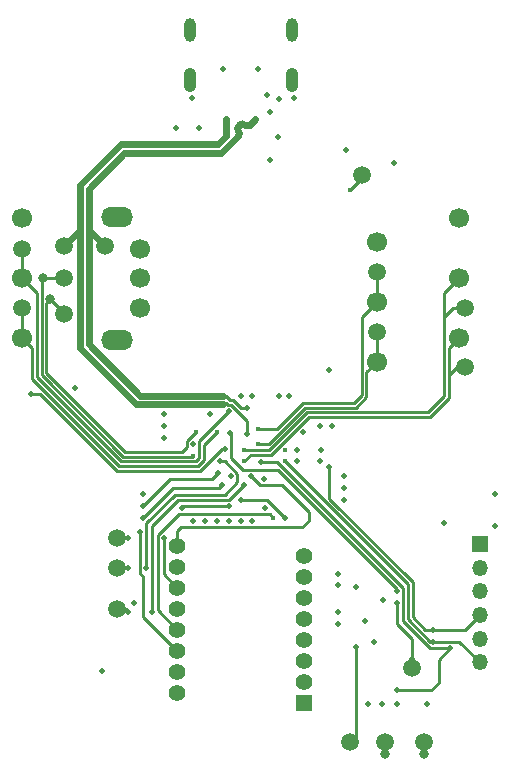
<source format=gbl>
G04 #@! TF.GenerationSoftware,KiCad,Pcbnew,6.0.7+dfsg-1~bpo11+1*
G04 #@! TF.CreationDate,2022-10-07T14:18:51+00:00*
G04 #@! TF.ProjectId,redshift,72656473-6869-4667-942e-6b696361645f,0.2*
G04 #@! TF.SameCoordinates,Original*
G04 #@! TF.FileFunction,Copper,L4,Bot*
G04 #@! TF.FilePolarity,Positive*
%FSLAX46Y46*%
G04 Gerber Fmt 4.6, Leading zero omitted, Abs format (unit mm)*
G04 Created by KiCad (PCBNEW 6.0.7+dfsg-1~bpo11+1) date 2022-10-07 14:18:51*
%MOMM*%
%LPD*%
G01*
G04 APERTURE LIST*
G04 #@! TA.AperFunction,ComponentPad*
%ADD10C,1.700000*%
G04 #@! TD*
G04 #@! TA.AperFunction,ComponentPad*
%ADD11O,2.700000X1.700000*%
G04 #@! TD*
G04 #@! TA.AperFunction,ComponentPad*
%ADD12O,1.050000X2.100000*%
G04 #@! TD*
G04 #@! TA.AperFunction,ComponentPad*
%ADD13O,1.000000X2.000000*%
G04 #@! TD*
G04 #@! TA.AperFunction,ComponentPad*
%ADD14R,1.350000X1.350000*%
G04 #@! TD*
G04 #@! TA.AperFunction,ComponentPad*
%ADD15O,1.350000X1.350000*%
G04 #@! TD*
G04 #@! TA.AperFunction,ComponentPad*
%ADD16R,1.400000X1.400000*%
G04 #@! TD*
G04 #@! TA.AperFunction,ComponentPad*
%ADD17C,1.400000*%
G04 #@! TD*
G04 #@! TA.AperFunction,SMDPad,CuDef*
%ADD18C,1.500000*%
G04 #@! TD*
G04 #@! TA.AperFunction,ViaPad*
%ADD19C,0.450000*%
G04 #@! TD*
G04 #@! TA.AperFunction,ViaPad*
%ADD20C,0.500000*%
G04 #@! TD*
G04 #@! TA.AperFunction,ViaPad*
%ADD21C,0.800000*%
G04 #@! TD*
G04 #@! TA.AperFunction,Conductor*
%ADD22C,0.250000*%
G04 #@! TD*
G04 #@! TA.AperFunction,Conductor*
%ADD23C,0.600000*%
G04 #@! TD*
G04 APERTURE END LIST*
D10*
X129000000Y-80500000D03*
X129000000Y-78000000D03*
X129000000Y-75500000D03*
D11*
X127000000Y-72800000D03*
X127000000Y-83200000D03*
D12*
X141820000Y-61180000D03*
D13*
X141820000Y-57000000D03*
X133180000Y-57000000D03*
D12*
X133180000Y-61180000D03*
D10*
X149000000Y-74920000D03*
X149000000Y-80000000D03*
X149000000Y-85080000D03*
D14*
X157750000Y-100500000D03*
D15*
X157750000Y-102500000D03*
X157750000Y-104500000D03*
X157750000Y-106500000D03*
X157750000Y-108500000D03*
X157750000Y-110500000D03*
D16*
X142850000Y-113985000D03*
D17*
X142850000Y-112205000D03*
X142850000Y-110425000D03*
X142850000Y-108645000D03*
X142850000Y-106865000D03*
X142850000Y-105085000D03*
X142850000Y-103305000D03*
X142850000Y-101525000D03*
X132150000Y-100635000D03*
X132150000Y-102415000D03*
X132150000Y-104195000D03*
X132150000Y-105975000D03*
X132150000Y-107755000D03*
X132150000Y-109535000D03*
X132150000Y-111315000D03*
X132150000Y-113095000D03*
D10*
X156000000Y-72920000D03*
X156000000Y-78000000D03*
X156000000Y-83080000D03*
X119000000Y-72920000D03*
X119000000Y-78000000D03*
X119000000Y-83080000D03*
D18*
X127000000Y-106000000D03*
X156500000Y-80500000D03*
X126000000Y-75250000D03*
X156500000Y-85500000D03*
X122500000Y-81000000D03*
X127000000Y-100000000D03*
X149000000Y-77500000D03*
X149000000Y-82500000D03*
X119000000Y-75500000D03*
X122500000Y-75250000D03*
X153000000Y-117250000D03*
X152000000Y-111000000D03*
X147750000Y-69250000D03*
X146750000Y-117250000D03*
X119000000Y-80500000D03*
X149750000Y-117250000D03*
X127000000Y-102500000D03*
X122500000Y-78000000D03*
D19*
X146750000Y-70500000D03*
D20*
X140700000Y-66000000D03*
X147300000Y-104100000D03*
X138500000Y-88000000D03*
X146250000Y-94750000D03*
X131000000Y-89500000D03*
X145750000Y-104000000D03*
X138500000Y-98500000D03*
X145750000Y-103000000D03*
X142250000Y-92500000D03*
X123500000Y-87250000D03*
X146400000Y-67100000D03*
X134500000Y-98500000D03*
X146250000Y-95750000D03*
X142750000Y-91000000D03*
X131000000Y-91500000D03*
X136500000Y-98500000D03*
X125750000Y-111250000D03*
X139549011Y-97450989D03*
X142250000Y-93500000D03*
D21*
X153000000Y-118250000D03*
D20*
X131000000Y-90500000D03*
X147250000Y-109250000D03*
X136250000Y-64500000D03*
X138042518Y-91207482D03*
X138000000Y-89000000D03*
X138750000Y-64500000D03*
X136000000Y-60250000D03*
X159000000Y-96250000D03*
X140718767Y-62781233D03*
X139000000Y-60250000D03*
X139759355Y-62504544D03*
X136143360Y-92413402D03*
X119750000Y-87750000D03*
D19*
X140250000Y-98250000D03*
D20*
X136620878Y-91129122D03*
X150725500Y-104500000D03*
X128000000Y-102500000D03*
X129475500Y-102500000D03*
X135750000Y-93500000D03*
X131024500Y-100000000D03*
X128000000Y-100000000D03*
X137750000Y-95500000D03*
X129975500Y-106250000D03*
X128000000Y-106250000D03*
D19*
X135519107Y-91020248D03*
D20*
X132500000Y-97450989D03*
X129000000Y-99475500D03*
X136500000Y-97274500D03*
X136500000Y-89250000D03*
X136700989Y-94750000D03*
X144270000Y-92500000D03*
X142000000Y-62750000D03*
X145750000Y-107250000D03*
X144250000Y-90500000D03*
X128500000Y-105500000D03*
X146250000Y-96750000D03*
X134000000Y-65250000D03*
X139451727Y-94957641D03*
X134925500Y-89524020D03*
X150750000Y-114000000D03*
X140000000Y-68000000D03*
X141600989Y-88000000D03*
D21*
X149750000Y-118250000D03*
D20*
X145000000Y-85750000D03*
X133475011Y-92000000D03*
X137500000Y-98500000D03*
X148000000Y-107000000D03*
X140750000Y-88000000D03*
X153250000Y-114000000D03*
X150500000Y-68250000D03*
X135500000Y-98500000D03*
X149500000Y-114000000D03*
X148750000Y-108750000D03*
X140000000Y-63909500D03*
X145750000Y-106250000D03*
X145250000Y-90500000D03*
X132000000Y-65250000D03*
X149520000Y-105270000D03*
X137528381Y-87971619D03*
X144250000Y-93500000D03*
X133374500Y-62750000D03*
D19*
X141250000Y-92500000D03*
D20*
X133500000Y-98500000D03*
X129250000Y-96250000D03*
X154750000Y-98750000D03*
X135544503Y-94500000D03*
X129250000Y-97250000D03*
X135944011Y-95500000D03*
X129250000Y-98250000D03*
D19*
X137750000Y-92519503D03*
X137750000Y-93500000D03*
X139000000Y-90750000D03*
X139000000Y-92000000D03*
X133500000Y-93000000D03*
D21*
X120750000Y-78000000D03*
X121334080Y-79767133D03*
D19*
X133750000Y-91000000D03*
D20*
X150750000Y-112874500D03*
X139250000Y-93548273D03*
X155250000Y-109274500D03*
D19*
X141250000Y-93500000D03*
D20*
X153750000Y-108750000D03*
X153750000Y-107750000D03*
X145000000Y-94000000D03*
X138397276Y-94749989D03*
X141250000Y-98250000D03*
X150725500Y-105500000D03*
X152000000Y-110250000D03*
X137500000Y-96750000D03*
X159000000Y-99000000D03*
X148250000Y-114000000D03*
D22*
X147750000Y-69500000D02*
X147750000Y-69250000D01*
X146750000Y-70500000D02*
X147750000Y-69500000D01*
X147250000Y-116750000D02*
X146750000Y-117250000D01*
X147250000Y-109250000D02*
X147250000Y-116750000D01*
D23*
X123875000Y-73875000D02*
X123875000Y-73625000D01*
X135564339Y-66625000D02*
X127344668Y-66625000D01*
D22*
X138042518Y-90050746D02*
X136717262Y-88725490D01*
X136410484Y-88725490D02*
X136217497Y-88532503D01*
D23*
X136250000Y-65939339D02*
X135564339Y-66625000D01*
X136250000Y-64500000D02*
X136250000Y-65939339D01*
D22*
X136717262Y-88725490D02*
X136410484Y-88725490D01*
D23*
X122500000Y-75250000D02*
X123875000Y-73875000D01*
X127344668Y-66625000D02*
X123875000Y-70094668D01*
X123875000Y-83905332D02*
X128640882Y-88671214D01*
D22*
X138042518Y-91207482D02*
X138042518Y-90050746D01*
D23*
X123875000Y-73625000D02*
X123875000Y-83905332D01*
X123875000Y-70094668D02*
X123875000Y-73625000D01*
D22*
X136217497Y-88532503D02*
X136000000Y-88750000D01*
D23*
X128640882Y-88671214D02*
X136000000Y-88671214D01*
D22*
X136882748Y-88325970D02*
X136575970Y-88325970D01*
D23*
X137428437Y-64999999D02*
X137308887Y-65119548D01*
X137101498Y-66148502D02*
X135875000Y-67375000D01*
X127655332Y-67375000D02*
X124625000Y-70405332D01*
X135875000Y-67375000D02*
X127655332Y-67375000D01*
X137839219Y-65000000D02*
X137839218Y-64999999D01*
X124625000Y-70405332D02*
X124625000Y-73625000D01*
X137428437Y-64999998D02*
X137428437Y-64999999D01*
X126000000Y-75250000D02*
X124625000Y-73875000D01*
X137308888Y-65941110D02*
X137308887Y-65941110D01*
X137308888Y-65530329D02*
X137308887Y-65530329D01*
X137839218Y-65000000D02*
X137839219Y-65000000D01*
X124625000Y-83594668D02*
X128951546Y-87921214D01*
D22*
X136250000Y-88000000D02*
X136000000Y-88000000D01*
D23*
X124625000Y-73625000D02*
X124625000Y-83594668D01*
D22*
X136575970Y-88325970D02*
X136250000Y-88000000D01*
D23*
X124625000Y-73875000D02*
X124625000Y-73625000D01*
D22*
X137556778Y-89000000D02*
X136882748Y-88325970D01*
X138000000Y-89000000D02*
X137556778Y-89000000D01*
D23*
X128951546Y-87921214D02*
X136000000Y-87921214D01*
X138750000Y-64500000D02*
X138250000Y-65000000D01*
X137308887Y-65941110D02*
X137101498Y-66148502D01*
X137839218Y-65000000D02*
G75*
G03*
X138250000Y-65000000I205391J205390D01*
G01*
X137308867Y-65941089D02*
G75*
G03*
X137308886Y-65530330I-205367J205389D01*
G01*
X137428411Y-64999972D02*
G75*
G02*
X137839217Y-65000000I205389J-205428D01*
G01*
X137308927Y-65530290D02*
G75*
G02*
X137308888Y-65119549I205373J205390D01*
G01*
D22*
X127039014Y-94299038D02*
X134037389Y-94299039D01*
X134037389Y-94299039D02*
X135923026Y-92413402D01*
X135923026Y-92413402D02*
X136143360Y-92413402D01*
X119750000Y-87750000D02*
X120489976Y-87750000D01*
X120489976Y-87750000D02*
X127039014Y-94299038D01*
X130500000Y-106105000D02*
X132150000Y-107755000D01*
X130500000Y-99758228D02*
X130500000Y-106105000D01*
X139975489Y-97975489D02*
X132282739Y-97975489D01*
X132282739Y-97975489D02*
X130500000Y-99758228D01*
X140250000Y-98250000D02*
X139975489Y-97975489D01*
X150725500Y-104290506D02*
X140660483Y-94225489D01*
X150725500Y-104500000D02*
X150725500Y-104290506D01*
X140660483Y-94225489D02*
X137725489Y-94225489D01*
X137725489Y-94225489D02*
X136667871Y-93167871D01*
X136667871Y-91176115D02*
X136620878Y-91129122D01*
X136667871Y-93167871D02*
X136667871Y-91176115D01*
X128000000Y-102500000D02*
X127000000Y-102500000D01*
X136151938Y-96323551D02*
X131926449Y-96323551D01*
X129524511Y-102475489D02*
X129500000Y-102500000D01*
X131926449Y-96323551D02*
X129524511Y-98725489D01*
X136192761Y-93500000D02*
X137225500Y-94532739D01*
X135750000Y-93500000D02*
X136192761Y-93500000D01*
X137225500Y-95249989D02*
X136151938Y-96323551D01*
X129524511Y-98725489D02*
X129524511Y-102475489D01*
X137225500Y-94532739D02*
X137225500Y-95249989D01*
X131000000Y-103045000D02*
X132150000Y-104195000D01*
X128000000Y-100000000D02*
X127000000Y-100000000D01*
X131024500Y-100000000D02*
X131000000Y-100024500D01*
X131000000Y-100024500D02*
X131000000Y-103045000D01*
X127750000Y-106000000D02*
X127000000Y-106000000D01*
X137750000Y-95500000D02*
X136500000Y-96750000D01*
X128000000Y-106250000D02*
X127750000Y-106000000D01*
X130000000Y-106225500D02*
X129975500Y-106250000D01*
X132221611Y-96750000D02*
X130000000Y-98971611D01*
X136500000Y-96750000D02*
X132221611Y-96750000D01*
X130000000Y-98971611D02*
X130000000Y-106225500D01*
X127204501Y-93899519D02*
X119850480Y-86545498D01*
X119000000Y-83080000D02*
X119000000Y-80500000D01*
X134399030Y-93372392D02*
X133871903Y-93899519D01*
X119850480Y-86545498D02*
X119850480Y-83930480D01*
X135519107Y-91020248D02*
X134399031Y-92140324D01*
X119850480Y-83930480D02*
X119000000Y-83080000D01*
X133871903Y-93899519D02*
X127204501Y-93899519D01*
X134399031Y-92140324D02*
X134399030Y-93372392D01*
X129000000Y-99475500D02*
X128950989Y-99524511D01*
X129250000Y-106635000D02*
X132150000Y-109535000D01*
X128950989Y-102950989D02*
X129250000Y-103250000D01*
X128950989Y-99524511D02*
X128950989Y-102950989D01*
X136500000Y-97274500D02*
X132676489Y-97274500D01*
X129250000Y-103250000D02*
X129250000Y-106635000D01*
X132676489Y-97274500D02*
X132500000Y-97450989D01*
X127369987Y-93499999D02*
X120250000Y-86380012D01*
X120250000Y-86380012D02*
X120250000Y-79250000D01*
X133706417Y-93499999D02*
X127369987Y-93499999D01*
X133999511Y-91750489D02*
X133999511Y-93206905D01*
X119000000Y-78000000D02*
X119000000Y-75500000D01*
X120250000Y-79250000D02*
X119000000Y-78000000D01*
X133999511Y-93206905D02*
X133706417Y-93499999D01*
X136500000Y-89250000D02*
X133999511Y-91750489D01*
X135044503Y-95000000D02*
X131500000Y-95000000D01*
X135544503Y-94500000D02*
X135044503Y-95000000D01*
X131500000Y-95000000D02*
X129250000Y-97250000D01*
X131750000Y-95750000D02*
X129250000Y-98250000D01*
X135694011Y-95750000D02*
X131750000Y-95750000D01*
X135944011Y-95500000D02*
X135694011Y-95750000D01*
X154750000Y-81250000D02*
X154750000Y-79250000D01*
X154750000Y-79250000D02*
X156000000Y-78000000D01*
X155500000Y-80500000D02*
X156500000Y-80500000D01*
X154750000Y-81250000D02*
X155500000Y-80500000D01*
X143084514Y-89350480D02*
X153334514Y-89350480D01*
X139915491Y-92519503D02*
X143084514Y-89350480D01*
X154750000Y-87934994D02*
X154750000Y-81250000D01*
X153334514Y-89350480D02*
X154750000Y-87934994D01*
X137750000Y-92519503D02*
X139915491Y-92519503D01*
X153500000Y-89750000D02*
X155149520Y-88100480D01*
X155149520Y-86149520D02*
X155149520Y-83930480D01*
X155149520Y-83930480D02*
X156000000Y-83080000D01*
X155149520Y-88100480D02*
X155149520Y-86149520D01*
X155799040Y-85500000D02*
X155149520Y-86149520D01*
X137750000Y-93500000D02*
X138330977Y-92919023D01*
X138330977Y-92919023D02*
X140080977Y-92919023D01*
X156500000Y-85500000D02*
X155799040Y-85500000D01*
X140080977Y-92919023D02*
X143250000Y-89750000D01*
X143250000Y-89750000D02*
X153500000Y-89750000D01*
X139000000Y-90750000D02*
X140554982Y-90750000D01*
X147750000Y-87869988D02*
X147750000Y-81250000D01*
X149000000Y-80000000D02*
X149000000Y-77500000D01*
X147750000Y-81250000D02*
X149000000Y-80000000D01*
X142753542Y-88551440D02*
X147068548Y-88551440D01*
X140554982Y-90750000D02*
X142753542Y-88551440D01*
X147068548Y-88551440D02*
X147750000Y-87869988D01*
X142919028Y-88950960D02*
X147234034Y-88950960D01*
X149000000Y-85080000D02*
X149000000Y-82500000D01*
X139869988Y-92000000D02*
X142919028Y-88950960D01*
X147234034Y-88950960D02*
X148149520Y-88035474D01*
X139000000Y-92000000D02*
X139869988Y-92000000D01*
X148149520Y-88035474D02*
X148149520Y-85930480D01*
X148149520Y-85930480D02*
X149000000Y-85080000D01*
X127535473Y-93100479D02*
X133399521Y-93100479D01*
X120649520Y-78100480D02*
X120649520Y-86214526D01*
X120750000Y-78000000D02*
X122500000Y-78000000D01*
X120649520Y-86214526D02*
X127535473Y-93100479D01*
X120750000Y-78000000D02*
X120649520Y-78100480D01*
X133399521Y-93100479D02*
X133500000Y-93000000D01*
X121049040Y-86049040D02*
X121049040Y-80052173D01*
X132950500Y-91782739D02*
X132950500Y-92299500D01*
X121334080Y-79767133D02*
X122500000Y-80933053D01*
X127700960Y-92700960D02*
X121049040Y-86049040D01*
X132950500Y-92299500D02*
X132549040Y-92700960D01*
X132549040Y-92700960D02*
X127700960Y-92700960D01*
X133750000Y-91000000D02*
X133733239Y-91000000D01*
X133733239Y-91000000D02*
X132950500Y-91782739D01*
X121049040Y-80052173D02*
X121334080Y-79767133D01*
X122500000Y-80933053D02*
X122500000Y-81000000D01*
X153524500Y-109274500D02*
X155250000Y-109274500D01*
X139250000Y-93548273D02*
X140548273Y-93548273D01*
X151250000Y-107000000D02*
X153524500Y-109274500D01*
X153625500Y-112874500D02*
X154250000Y-112250000D01*
X150750000Y-112874500D02*
X153625500Y-112874500D01*
X154250000Y-112250000D02*
X154250000Y-110274500D01*
X140548273Y-93548273D02*
X151250000Y-104250000D01*
X154250000Y-110274500D02*
X155250000Y-109274500D01*
X151250000Y-104250000D02*
X151250000Y-107000000D01*
X141250000Y-93500000D02*
X151649519Y-103899519D01*
X156000000Y-108750000D02*
X157750000Y-110500000D01*
X151649519Y-106834513D02*
X153565006Y-108750000D01*
X151649519Y-103899519D02*
X151649519Y-106834513D01*
X153565006Y-108750000D02*
X156000000Y-108750000D01*
X152049039Y-106669027D02*
X153130012Y-107750000D01*
X145000000Y-94000000D02*
X145000000Y-96684986D01*
X156500000Y-107750000D02*
X157750000Y-106500000D01*
X145000000Y-96684986D02*
X152049039Y-103734025D01*
X152049039Y-103734025D02*
X152049039Y-106669027D01*
X153130012Y-107750000D02*
X156500000Y-107750000D01*
X132475489Y-99024511D02*
X132150000Y-99350000D01*
X138397276Y-94749989D02*
X139129439Y-95482152D01*
X142725489Y-99024511D02*
X132475489Y-99024511D01*
X143250000Y-98500000D02*
X142725489Y-99024511D01*
X139129439Y-95482152D02*
X140982152Y-95482152D01*
X143250000Y-97750000D02*
X143250000Y-98500000D01*
X140982152Y-95482152D02*
X143250000Y-97750000D01*
X132150000Y-99350000D02*
X132150000Y-100635000D01*
X139725489Y-96725489D02*
X137524511Y-96725489D01*
X150725500Y-107225500D02*
X152000000Y-108500000D01*
X137524511Y-96725489D02*
X137500000Y-96750000D01*
X152000000Y-108500000D02*
X152000000Y-110250000D01*
X150725500Y-105500000D02*
X150725500Y-107225500D01*
X141250000Y-98250000D02*
X139725489Y-96725489D01*
M02*

</source>
